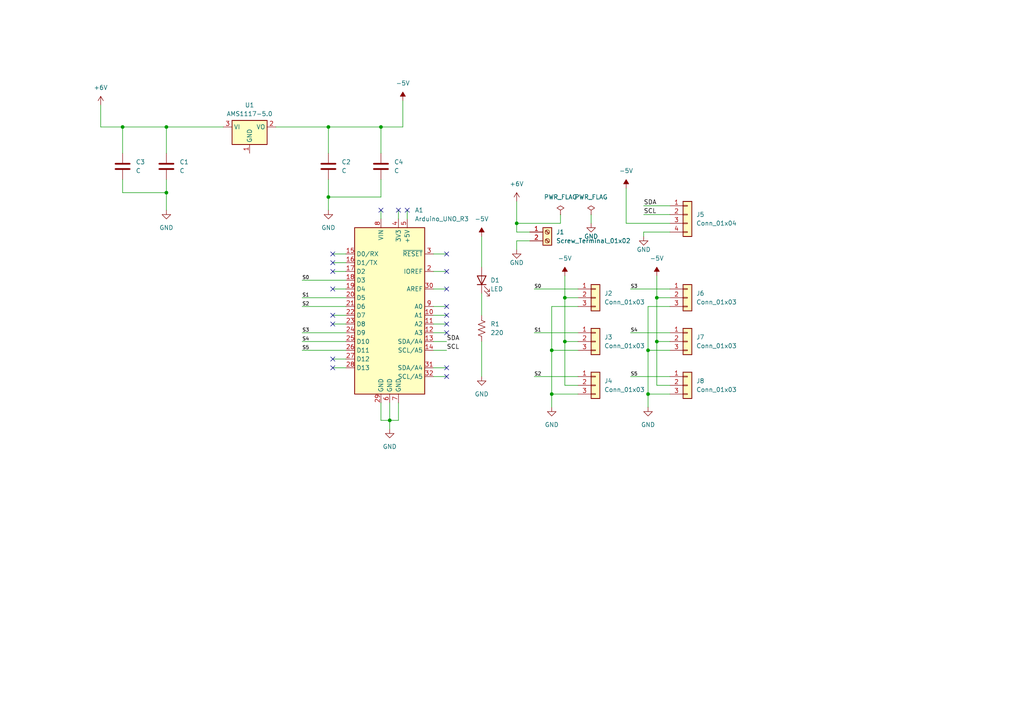
<source format=kicad_sch>
(kicad_sch (version 20230121) (generator eeschema)
  (paper "A4")
  (lib_symbols
    (symbol "Connector:Screw_Terminal_01x02" (pin_names (offset 1.016) hide)
      (property "Reference" "J" (at 0 2.54 0))
      (property "Value" "Screw_Terminal_01x02" (at 0 -5.08 0))
      (symbol "Screw_Terminal_01x02_1_1"
        (rectangle (start -1.27 1.27) (end 1.27 -3.81) (stroke (width 0.254)) (fill (type background)))
        (circle (center 0 -2.54) (radius 0.635) (stroke (width 0.1524)))
        (polyline (pts (xy -0.5334 -2.2098) (xy 0.3302 -3.048)) (stroke (width 0.1524)))
        (polyline (pts (xy -0.5334 0.3302) (xy 0.3302 -0.508)) (stroke (width 0.1524)))
        (polyline (pts (xy -0.3556 -2.032) (xy 0.508 -2.8702)) (stroke (width 0.1524)))
        (polyline (pts (xy -0.3556 0.508) (xy 0.508 -0.3302)) (stroke (width 0.1524)))
        (circle (center 0 0) (radius 0.635) (stroke (width 0.1524)))
        (pin passive line (at -5.08 0 0) (length 3.81) (name "Pin_1") (number "1"))
        (pin passive line (at -5.08 -2.54 0) (length 3.81) (name "Pin_2") (number "2"))
      )
    )
    (symbol "Connector_Generic:Conn_01x03" (pin_names (offset 1.016) hide)
      (property "Reference" "J" (at 0 5.08 0))
      (property "Value" "Conn_01x03" (at 0 -5.08 0))
      (symbol "Conn_01x03_1_1"
        (rectangle (start -1.27 -2.413) (end 0 -2.667) (stroke (width 0.1524)))
        (rectangle (start -1.27 0.127) (end 0 -0.127) (stroke (width 0.1524)))
        (rectangle (start -1.27 2.667) (end 0 2.413) (stroke (width 0.1524)))
        (rectangle (start -1.27 3.81) (end 1.27 -3.81) (stroke (width 0.254)) (fill (type background)))
        (pin passive line (at -5.08 2.54 0) (length 3.81) (name "Pin_1") (number "1"))
        (pin passive line (at -5.08 0 0) (length 3.81) (name "Pin_2") (number "2"))
        (pin passive line (at -5.08 -2.54 0) (length 3.81) (name "Pin_3") (number "3"))
      )
    )
    (symbol "Connector_Generic:Conn_01x04" (pin_names (offset 1.016) hide)
      (property "Reference" "J" (at 0 5.08 0))
      (property "Value" "Conn_01x04" (at 0 -7.62 0))
      (symbol "Conn_01x04_1_1"
        (rectangle (start -1.27 -4.953) (end 0 -5.207) (stroke (width 0.1524)))
        (rectangle (start -1.27 -2.413) (end 0 -2.667) (stroke (width 0.1524)))
        (rectangle (start -1.27 0.127) (end 0 -0.127) (stroke (width 0.1524)))
        (rectangle (start -1.27 2.667) (end 0 2.413) (stroke (width 0.1524)))
        (rectangle (start -1.27 3.81) (end 1.27 -6.35) (stroke (width 0.254)) (fill (type background)))
        (pin passive line (at -5.08 2.54 0) (length 3.81) (name "Pin_1") (number "1"))
        (pin passive line (at -5.08 0 0) (length 3.81) (name "Pin_2") (number "2"))
        (pin passive line (at -5.08 -2.54 0) (length 3.81) (name "Pin_3") (number "3"))
        (pin passive line (at -5.08 -5.08 0) (length 3.81) (name "Pin_4") (number "4"))
      )
    )
    (symbol "Device:C" (pin_numbers hide) (pin_names (offset 0.254))
      (property "Reference" "C" (at 0.635 2.54 0))
      (property "Value" "C" (at 0.635 -2.54 0))
      (symbol "C_0_1"
        (polyline (pts (xy -2.032 -0.762) (xy 2.032 -0.762)) (stroke (width 0.508)))
        (polyline (pts (xy -2.032 0.762) (xy 2.032 0.762)) (stroke (width 0.508)))
      )
      (symbol "C_1_1"
        (pin passive line (at 0 3.81 270) (length 2.794) (name "~") (number "1"))
        (pin passive line (at 0 -3.81 90) (length 2.794) (name "~") (number "2"))
      )
    )
    (symbol "Device:LED" (pin_numbers hide) (pin_names (offset 1.016) hide)
      (property "Reference" "D" (at 0 2.54 0))
      (property "Value" "LED" (at 0 -2.54 0))
      (symbol "LED_0_1"
        (polyline (pts (xy -1.27 -1.27) (xy -1.27 1.27)) (stroke (width 0.254)))
        (polyline (pts (xy -1.27 0) (xy 1.27 0)))
        (polyline (pts (xy 1.27 -1.27) (xy 1.27 1.27) (xy -1.27 0) (xy 1.27 -1.27)) (stroke (width 0.254)))
        (polyline (pts (xy -3.048 -0.762) (xy -4.572 -2.286) (xy -3.81 -2.286) (xy -4.572 -2.286) (xy -4.572 -1.524)))
        (polyline (pts (xy -1.778 -0.762) (xy -3.302 -2.286) (xy -2.54 -2.286) (xy -3.302 -2.286) (xy -3.302 -1.524)))
      )
      (symbol "LED_1_1"
        (pin passive line (at -3.81 0 0) (length 2.54) (name "K") (number "1"))
        (pin passive line (at 3.81 0 180) (length 2.54) (name "A") (number "2"))
      )
    )
    (symbol "Device:R_US" (pin_numbers hide) (pin_names (offset 0))
      (property "Reference" "R" (at 2.54 0 90))
      (property "Value" "R_US" (at -2.54 0 90))
      (symbol "R_US_0_1"
        (polyline (pts (xy 0 -2.286) (xy 0 -2.54)))
        (polyline (pts (xy 0 2.286) (xy 0 2.54)))
        (polyline (pts (xy 0 -0.762) (xy 1.016 -1.143) (xy 0 -1.524) (xy -1.016 -1.905) (xy 0 -2.286)))
        (polyline (pts (xy 0 0.762) (xy 1.016 0.381) (xy 0 0) (xy -1.016 -0.381) (xy 0 -0.762)))
        (polyline (pts (xy 0 2.286) (xy 1.016 1.905) (xy 0 1.524) (xy -1.016 1.143) (xy 0 0.762)))
      )
      (symbol "R_US_1_1"
        (pin passive line (at 0 3.81 270) (length 1.27) (name "~") (number "1"))
        (pin passive line (at 0 -3.81 90) (length 1.27) (name "~") (number "2"))
      )
    )
    (symbol "MCU_Module:Arduino_UNO_R3"
      (property "Reference" "A" (at -10.16 23.495 0))
      (property "Value" "Arduino_UNO_R3" (at 5.08 -26.67 0))
      (symbol "Arduino_UNO_R3_0_1"
        (rectangle (start -10.16 22.86) (end 10.16 -25.4) (stroke (width 0.254)) (fill (type background)))
      )
      (symbol "Arduino_UNO_R3_1_1"
        (pin no_connect line (at -10.16 -20.32 0) (length 2.54) hide (name "NC") (number "1"))
        (pin bidirectional line (at 12.7 -2.54 180) (length 2.54) (name "A1") (number "10"))
        (pin bidirectional line (at 12.7 -5.08 180) (length 2.54) (name "A2") (number "11"))
        (pin bidirectional line (at 12.7 -7.62 180) (length 2.54) (name "A3") (number "12"))
        (pin bidirectional line (at 12.7 -10.16 180) (length 2.54) (name "SDA/A4") (number "13"))
        (pin bidirectional line (at 12.7 -12.7 180) (length 2.54) (name "SCL/A5") (number "14"))
        (pin bidirectional line (at -12.7 15.24 0) (length 2.54) (name "D0/RX") (number "15"))
        (pin bidirectional line (at -12.7 12.7 0) (length 2.54) (name "D1/TX") (number "16"))
        (pin bidirectional line (at -12.7 10.16 0) (length 2.54) (name "D2") (number "17"))
        (pin bidirectional line (at -12.7 7.62 0) (length 2.54) (name "D3") (number "18"))
        (pin bidirectional line (at -12.7 5.08 0) (length 2.54) (name "D4") (number "19"))
        (pin output line (at 12.7 10.16 180) (length 2.54) (name "IOREF") (number "2"))
        (pin bidirectional line (at -12.7 2.54 0) (length 2.54) (name "D5") (number "20"))
        (pin bidirectional line (at -12.7 0 0) (length 2.54) (name "D6") (number "21"))
        (pin bidirectional line (at -12.7 -2.54 0) (length 2.54) (name "D7") (number "22"))
        (pin bidirectional line (at -12.7 -5.08 0) (length 2.54) (name "D8") (number "23"))
        (pin bidirectional line (at -12.7 -7.62 0) (length 2.54) (name "D9") (number "24"))
        (pin bidirectional line (at -12.7 -10.16 0) (length 2.54) (name "D10") (number "25"))
        (pin bidirectional line (at -12.7 -12.7 0) (length 2.54) (name "D11") (number "26"))
        (pin bidirectional line (at -12.7 -15.24 0) (length 2.54) (name "D12") (number "27"))
        (pin bidirectional line (at -12.7 -17.78 0) (length 2.54) (name "D13") (number "28"))
        (pin power_in line (at -2.54 -27.94 90) (length 2.54) (name "GND") (number "29"))
        (pin input line (at 12.7 15.24 180) (length 2.54) (name "~{RESET}") (number "3"))
        (pin input line (at 12.7 5.08 180) (length 2.54) (name "AREF") (number "30"))
        (pin bidirectional line (at 12.7 -17.78 180) (length 2.54) (name "SDA/A4") (number "31"))
        (pin bidirectional line (at 12.7 -20.32 180) (length 2.54) (name "SCL/A5") (number "32"))
        (pin power_out line (at 2.54 25.4 270) (length 2.54) (name "3V3") (number "4"))
        (pin power_out line (at 5.08 25.4 270) (length 2.54) (name "+5V") (number "5"))
        (pin power_in line (at 0 -27.94 90) (length 2.54) (name "GND") (number "6"))
        (pin power_in line (at 2.54 -27.94 90) (length 2.54) (name "GND") (number "7"))
        (pin power_in line (at -2.54 25.4 270) (length 2.54) (name "VIN") (number "8"))
        (pin bidirectional line (at 12.7 0 180) (length 2.54) (name "A0") (number "9"))
      )
    )
    (symbol "Regulator_Linear:AMS1117-5.0"
      (property "Reference" "U" (at -3.81 3.175 0))
      (property "Value" "AMS1117-5.0" (at 0 3.175 0))
      (symbol "AMS1117-5.0_0_1"
        (rectangle (start -5.08 -5.08) (end 5.08 1.905) (stroke (width 0.254)) (fill (type background)))
      )
      (symbol "AMS1117-5.0_1_1"
        (pin power_in line (at 0 -7.62 90) (length 2.54) (name "GND") (number "1"))
        (pin power_out line (at 7.62 0 180) (length 2.54) (name "VO") (number "2"))
        (pin power_in line (at -7.62 0 0) (length 2.54) (name "VI") (number "3"))
      )
    )
    (symbol "power:+6V" (power) (pin_names (offset 0))
      (property "Value" "+6V" (at 0 3.556 0))
      (symbol "+6V_0_1"
        (polyline (pts (xy -0.762 1.27) (xy 0 2.54)))
        (polyline (pts (xy 0 0) (xy 0 2.54)))
        (polyline (pts (xy 0 2.54) (xy 0.762 1.27)))
      )
      (symbol "+6V_1_1"
        (pin power_in line (at 0 0 90) (length 0) hide (name "+6V") (number "1"))
      )
    )
    (symbol "power:-5V" (power) (pin_names (offset 0))
      (property "Value" "-5V" (at 0 3.81 0))
      (symbol "-5V_0_0"
        (pin power_in line (at 0 0 90) (length 0) hide (name "-5V") (number "1"))
      )
      (symbol "-5V_0_1"
        (polyline (pts (xy 0 0) (xy 0 1.27) (xy 0.762 1.27) (xy 0 2.54) (xy -0.762 1.27) (xy 0 1.27)) (fill (type outline)))
      )
    )
    (symbol "power:GND" (power) (pin_names (offset 0))
      (property "Value" "GND" (at 0 -3.81 0))
      (symbol "GND_0_1"
        (polyline (pts (xy 0 0) (xy 0 -1.27) (xy 1.27 -1.27) (xy 0 -2.54) (xy -1.27 -1.27) (xy 0 -1.27)))
      )
      (symbol "GND_1_1"
        (pin power_in line (at 0 0 270) (length 0) hide (name "GND") (number "1"))
      )
    )
    (symbol "power:PWR_FLAG" (power) (pin_numbers hide) (pin_names (offset 0) hide)
      (property "Value" "PWR_FLAG" (at 0 3.81 0))
      (symbol "PWR_FLAG_0_0"
        (pin power_out line (at 0 0 90) (length 0) (name "pwr") (number "1"))
      )
      (symbol "PWR_FLAG_0_1"
        (polyline (pts (xy 0 0) (xy 0 1.27) (xy -1.016 1.905) (xy 0 2.54) (xy 1.016 1.905) (xy 0 1.27)))
      )
    )
  )
  (junction (at 113.03 121.92))
  (junction (at 163.83 99.06))
  (junction (at 48.26 36.83))
  (junction (at 149.86 64.77))
  (junction (at 95.25 36.83))
  (junction (at 160.02 114.3))
  (junction (at 163.83 86.36))
  (junction (at 95.25 57.15))
  (junction (at 190.5 99.06))
  (junction (at 190.5 86.36))
  (junction (at 187.96 101.6))
  (junction (at 35.56 36.83))
  (junction (at 110.49 36.83))
  (junction (at 48.26 55.88))
  (junction (at 160.02 101.6))
  (junction (at 187.96 114.3))
  (no_connect (at 110.49 60.96))
  (no_connect (at 129.54 88.9))
  (no_connect (at 96.52 106.68))
  (no_connect (at 129.54 73.66))
  (no_connect (at 96.52 93.98))
  (no_connect (at 96.52 83.82))
  (no_connect (at 129.54 96.52))
  (no_connect (at 129.54 91.44))
  (no_connect (at 96.52 73.66))
  (no_connect (at 96.52 91.44))
  (no_connect (at 129.54 83.82))
  (no_connect (at 96.52 78.74))
  (no_connect (at 129.54 109.22))
  (no_connect (at 129.54 78.74))
  (no_connect (at 118.11 60.96))
  (no_connect (at 129.54 93.98))
  (no_connect (at 129.54 106.68))
  (no_connect (at 115.57 60.96))
  (no_connect (at 96.52 104.14))
  (no_connect (at 96.52 76.2))
  (wire (pts (xy 186.69 59.69) (xy 194.31 59.69)))
  (wire (pts (xy 95.25 36.83) (xy 80.01 36.83)))
  (wire (pts (xy 87.63 88.9) (xy 100.33 88.9)))
  (wire (pts (xy 190.5 86.36) (xy 194.31 86.36)))
  (wire (pts (xy 125.73 93.98) (xy 129.54 93.98)))
  (wire (pts (xy 163.83 80.01) (xy 163.83 86.36)))
  (wire (pts (xy 115.57 121.92) (xy 113.03 121.92)))
  (wire (pts (xy 187.96 88.9) (xy 187.96 101.6)))
  (wire (pts (xy 181.61 54.61) (xy 181.61 64.77)))
  (wire (pts (xy 48.26 44.45) (xy 48.26 36.83)))
  (wire (pts (xy 154.94 83.82) (xy 167.64 83.82)))
  (wire (pts (xy 110.49 36.83) (xy 110.49 44.45)))
  (wire (pts (xy 110.49 57.15) (xy 95.25 57.15)))
  (wire (pts (xy 186.69 62.23) (xy 194.31 62.23)))
  (wire (pts (xy 115.57 116.84) (xy 115.57 121.92)))
  (wire (pts (xy 190.5 80.01) (xy 190.5 86.36)))
  (wire (pts (xy 110.49 116.84) (xy 110.49 121.92)))
  (wire (pts (xy 87.63 81.28) (xy 100.33 81.28)))
  (wire (pts (xy 194.31 101.6) (xy 187.96 101.6)))
  (wire (pts (xy 29.21 30.48) (xy 29.21 36.83)))
  (wire (pts (xy 87.63 99.06) (xy 100.33 99.06)))
  (wire (pts (xy 149.86 58.42) (xy 149.86 64.77)))
  (wire (pts (xy 35.56 44.45) (xy 35.56 36.83)))
  (wire (pts (xy 160.02 101.6) (xy 160.02 114.3)))
  (wire (pts (xy 113.03 121.92) (xy 113.03 124.46)))
  (wire (pts (xy 95.25 52.07) (xy 95.25 57.15)))
  (wire (pts (xy 149.86 69.85) (xy 149.86 72.39)))
  (wire (pts (xy 182.88 96.52) (xy 194.31 96.52)))
  (wire (pts (xy 96.52 106.68) (xy 100.33 106.68)))
  (wire (pts (xy 194.31 88.9) (xy 187.96 88.9)))
  (wire (pts (xy 167.64 88.9) (xy 160.02 88.9)))
  (wire (pts (xy 87.63 101.6) (xy 100.33 101.6)))
  (wire (pts (xy 181.61 64.77) (xy 194.31 64.77)))
  (wire (pts (xy 160.02 114.3) (xy 160.02 118.11)))
  (wire (pts (xy 95.25 36.83) (xy 95.25 44.45)))
  (wire (pts (xy 110.49 36.83) (xy 95.25 36.83)))
  (wire (pts (xy 125.73 96.52) (xy 129.54 96.52)))
  (wire (pts (xy 29.21 36.83) (xy 35.56 36.83)))
  (wire (pts (xy 163.83 111.76) (xy 167.64 111.76)))
  (wire (pts (xy 182.88 83.82) (xy 194.31 83.82)))
  (wire (pts (xy 163.83 86.36) (xy 167.64 86.36)))
  (wire (pts (xy 160.02 101.6) (xy 167.64 101.6)))
  (wire (pts (xy 110.49 52.07) (xy 110.49 57.15)))
  (wire (pts (xy 187.96 114.3) (xy 187.96 118.11)))
  (wire (pts (xy 110.49 60.96) (xy 110.49 63.5)))
  (wire (pts (xy 163.83 99.06) (xy 167.64 99.06)))
  (wire (pts (xy 125.73 106.68) (xy 129.54 106.68)))
  (wire (pts (xy 118.11 60.96) (xy 118.11 63.5)))
  (wire (pts (xy 167.64 114.3) (xy 160.02 114.3)))
  (wire (pts (xy 96.52 104.14) (xy 100.33 104.14)))
  (wire (pts (xy 35.56 36.83) (xy 48.26 36.83)))
  (wire (pts (xy 96.52 76.2) (xy 100.33 76.2)))
  (wire (pts (xy 153.67 69.85) (xy 149.86 69.85)))
  (wire (pts (xy 160.02 88.9) (xy 160.02 101.6)))
  (wire (pts (xy 194.31 114.3) (xy 187.96 114.3)))
  (wire (pts (xy 139.7 85.09) (xy 139.7 91.44)))
  (wire (pts (xy 48.26 55.88) (xy 48.26 60.96)))
  (wire (pts (xy 125.73 91.44) (xy 129.54 91.44)))
  (wire (pts (xy 163.83 86.36) (xy 163.83 99.06)))
  (wire (pts (xy 95.25 57.15) (xy 95.25 60.96)))
  (wire (pts (xy 153.67 67.31) (xy 149.86 67.31)))
  (wire (pts (xy 87.63 96.52) (xy 100.33 96.52)))
  (wire (pts (xy 190.5 99.06) (xy 194.31 99.06)))
  (wire (pts (xy 116.84 36.83) (xy 110.49 36.83)))
  (wire (pts (xy 182.88 109.22) (xy 194.31 109.22)))
  (wire (pts (xy 162.56 64.77) (xy 149.86 64.77)))
  (wire (pts (xy 190.5 111.76) (xy 194.31 111.76)))
  (wire (pts (xy 48.26 52.07) (xy 48.26 55.88)))
  (wire (pts (xy 110.49 121.92) (xy 113.03 121.92)))
  (wire (pts (xy 162.56 62.23) (xy 162.56 64.77)))
  (wire (pts (xy 87.63 86.36) (xy 100.33 86.36)))
  (wire (pts (xy 154.94 109.22) (xy 167.64 109.22)))
  (wire (pts (xy 125.73 73.66) (xy 129.54 73.66)))
  (wire (pts (xy 96.52 73.66) (xy 100.33 73.66)))
  (wire (pts (xy 125.73 83.82) (xy 129.54 83.82)))
  (wire (pts (xy 125.73 109.22) (xy 129.54 109.22)))
  (wire (pts (xy 96.52 78.74) (xy 100.33 78.74)))
  (wire (pts (xy 149.86 67.31) (xy 149.86 64.77)))
  (wire (pts (xy 154.94 96.52) (xy 167.64 96.52)))
  (wire (pts (xy 115.57 60.96) (xy 115.57 63.5)))
  (wire (pts (xy 48.26 36.83) (xy 64.77 36.83)))
  (wire (pts (xy 171.45 62.23) (xy 171.45 64.77)))
  (wire (pts (xy 139.7 68.58) (xy 139.7 77.47)))
  (wire (pts (xy 125.73 88.9) (xy 129.54 88.9)))
  (wire (pts (xy 113.03 116.84) (xy 113.03 121.92)))
  (wire (pts (xy 96.52 93.98) (xy 100.33 93.98)))
  (wire (pts (xy 186.69 67.31) (xy 186.69 68.58)))
  (wire (pts (xy 139.7 99.06) (xy 139.7 109.22)))
  (wire (pts (xy 96.52 83.82) (xy 100.33 83.82)))
  (wire (pts (xy 194.31 67.31) (xy 186.69 67.31)))
  (wire (pts (xy 96.52 91.44) (xy 100.33 91.44)))
  (wire (pts (xy 35.56 52.07) (xy 35.56 55.88)))
  (wire (pts (xy 125.73 101.6) (xy 129.54 101.6)))
  (wire (pts (xy 163.83 99.06) (xy 163.83 111.76)))
  (wire (pts (xy 187.96 101.6) (xy 187.96 114.3)))
  (wire (pts (xy 190.5 99.06) (xy 190.5 111.76)))
  (wire (pts (xy 190.5 86.36) (xy 190.5 99.06)))
  (wire (pts (xy 125.73 99.06) (xy 129.54 99.06)))
  (wire (pts (xy 116.84 29.21) (xy 116.84 36.83)))
  (wire (pts (xy 35.56 55.88) (xy 48.26 55.88)))
  (wire (pts (xy 125.73 78.74) (xy 129.54 78.74)))
  (label "SDA" (at 186.69 59.69 0))
  (label "S5" (at 182.88 109.22 0) (effects (font (size 1 1))))
  (label "SCL" (at 129.54 101.6 0))
  (label "S3" (at 182.88 83.82 0) (effects (font (size 1 1))))
  (label "S0" (at 87.63 81.28 0) (effects (font (size 1 1))))
  (label "S1" (at 87.63 86.36 0) (effects (font (size 1 1))))
  (label "S1" (at 154.94 96.52 0) (effects (font (size 1 1))))
  (label "S3" (at 87.63 96.52 0) (effects (font (size 1 1))))
  (label "S2" (at 87.63 88.9 0) (effects (font (size 1 1))))
  (label "SCL" (at 186.69 62.23 0))
  (label "S4" (at 182.88 96.52 0) (effects (font (size 1 1))))
  (label "S5" (at 87.63 101.6 0) (effects (font (size 1 1))))
  (label "S4" (at 87.63 99.06 0) (effects (font (size 1 1))))
  (label "S0" (at 154.94 83.82 0) (effects (font (size 1 1))))
  (label "S2" (at 154.94 109.22 0) (effects (font (size 1 1))))
  (label "SDA" (at 129.54 99.06 0))
  (symbol (lib_id "power:GND") (at 171.45 64.77 0) (unit 1)
    (property "Reference" "#PWR08" (effects hide))
    (property "Value" "GND" (at 171.45 68.58 0))
  )
  (symbol (lib_id "power:GND") (at 48.26 60.96 0) (unit 1)
    (property "Reference" "#PWR016" (effects hide))
    (property "Value" "GND" (at 48.26 66.04 0))
  )
  (symbol (lib_id "Connector_Generic:Conn_01x03") (at 172.72 111.76 0) (unit 1)
    (property "Reference" "J4" (at 175.26 110.49 0) (effects (justify left)))
    (property "Value" "Conn_01x03" (at 175.26 113.03 0) (effects (justify left)))
    (property "Footprint" "Connector_PinSocket_2.54mm:PinSocket_1x03_P2.54mm_Vertical" (effects hide))
  )
  (symbol (lib_id "power:GND") (at 113.03 124.46 0) (unit 1)
    (property "Reference" "#PWR01" (effects hide))
    (property "Value" "GND" (at 113.03 129.54 0))
  )
  (symbol (lib_id "power:GND") (at 187.96 118.11 0) (unit 1)
    (property "Reference" "#PWR011" (effects hide))
    (property "Value" "GND" (at 187.96 123.19 0))
  )
  (symbol (lib_id "Connector:Screw_Terminal_01x02") (at 158.75 67.31 0) (unit 1)
    (property "Reference" "J1" (at 161.29 67.31 0) (effects (justify left)))
    (property "Value" "Screw_Terminal_01x02" (at 161.29 69.85 0) (effects (justify left)))
    (property "Footprint" "TerminalBlock_Phoenix:TerminalBlock_Phoenix_MKDS-1,5-2_1x02_P5.00mm_Horizontal" (effects hide))
  )
  (symbol (lib_id "power:-5V") (at 139.7 68.58 0) (unit 1)
    (property "Reference" "#PWR02" (effects hide))
    (property "Value" "-5V" (at 139.7 63.5 0))
  )
  (symbol (lib_id "Device:C") (at 95.25 48.26 0) (unit 1)
    (property "Reference" "C2" (at 99.06 46.99 0) (effects (justify left)))
    (property "Value" "C" (at 99.06 49.53 0) (effects (justify left)))
  )
  (symbol (lib_id "Device:R_US") (at 139.7 95.25 0) (unit 1)
    (property "Reference" "R1" (at 142.24 93.98 0) (effects (justify left)))
    (property "Value" "220" (at 142.24 96.52 0) (effects (justify left)))
    (property "Footprint" "Capacitor_THT:C_Disc_D5.0mm_W2.5mm_P5.00mm" (effects hide))
  )
  (symbol (lib_id "Connector_Generic:Conn_01x03") (at 172.72 99.06 0) (unit 1)
    (property "Reference" "J3" (at 175.26 97.79 0) (effects (justify left)))
    (property "Value" "Conn_01x03" (at 175.26 100.33 0) (effects (justify left)))
    (property "Footprint" "Connector_PinSocket_2.54mm:PinSocket_1x03_P2.54mm_Vertical" (effects hide))
  )
  (symbol (lib_id "Connector_Generic:Conn_01x03") (at 199.39 111.76 0) (unit 1)
    (property "Reference" "J8" (at 201.93 110.49 0) (effects (justify left)))
    (property "Value" "Conn_01x03" (at 201.93 113.03 0) (effects (justify left)))
    (property "Footprint" "Connector_PinSocket_2.54mm:PinSocket_1x03_P2.54mm_Vertical" (effects hide))
  )
  (symbol (lib_id "power:-5V") (at 190.5 80.01 0) (unit 1)
    (property "Reference" "#PWR012" (effects hide))
    (property "Value" "-5V" (at 190.5 74.93 0))
  )
  (symbol (lib_id "power:GND") (at 160.02 118.11 0) (unit 1)
    (property "Reference" "#PWR06" (effects hide))
    (property "Value" "GND" (at 160.02 123.19 0))
  )
  (symbol (lib_id "power:PWR_FLAG") (at 171.45 62.23 0) (unit 1)
    (property "Reference" "#FLG02" (effects hide))
    (property "Value" "PWR_FLAG" (at 171.45 57.15 0))
  )
  (symbol (lib_id "power:GND") (at 139.7 109.22 0) (unit 1)
    (property "Reference" "#PWR03" (effects hide))
    (property "Value" "GND" (at 139.7 114.3 0))
  )
  (symbol (lib_id "Device:C") (at 48.26 48.26 0) (unit 1)
    (property "Reference" "C1" (at 52.07 46.99 0) (effects (justify left)))
    (property "Value" "C" (at 52.07 49.53 0) (effects (justify left)))
  )
  (symbol (lib_id "power:GND") (at 186.69 68.58 0) (unit 1)
    (property "Reference" "#PWR010" (effects hide))
    (property "Value" "GND" (at 186.69 72.39 0))
  )
  (symbol (lib_id "power:GND") (at 149.86 72.39 0) (unit 1)
    (property "Reference" "#PWR05" (effects hide))
    (property "Value" "GND" (at 149.86 76.2 0))
  )
  (symbol (lib_id "Device:C") (at 110.49 48.26 0) (unit 1)
    (property "Reference" "C4" (at 114.3 46.99 0) (effects (justify left)))
    (property "Value" "C" (at 114.3 49.53 0) (effects (justify left)))
  )
  (symbol (lib_id "power:-5V") (at 116.84 29.21 0) (unit 1)
    (property "Reference" "#PWR014" (effects hide))
    (property "Value" "-5V" (at 116.84 24.13 0))
  )
  (symbol (lib_id "power:GND") (at 95.25 60.96 0) (unit 1)
    (property "Reference" "#PWR017" (effects hide))
    (property "Value" "GND" (at 95.25 66.04 0))
  )
  (symbol (lib_id "Regulator_Linear:AMS1117-5.0") (at 72.39 36.83 0) (unit 1)
    (property "Reference" "U1" (at 72.39 30.48 0))
    (property "Value" "AMS1117-5.0" (at 72.39 33.02 0))
    (property "Footprint" "Package_TO_SOT_SMD:SOT-223-3_TabPin2" (effects hide))
    (property "Datasheet" "http://www.advanced-monolithic.com/pdf/ds1117.pdf" (effects hide))
  )
  (symbol (lib_id "Connector_Generic:Conn_01x04") (at 199.39 62.23 0) (unit 1)
    (property "Reference" "J5" (at 201.93 62.23 0) (effects (justify left)))
    (property "Value" "Conn_01x04" (at 201.93 64.77 0) (effects (justify left)))
    (property "Footprint" "Connector_PinHeader_2.54mm:PinHeader_1x04_P2.54mm_Vertical" (effects hide))
  )
  (symbol (lib_id "Connector_Generic:Conn_01x03") (at 172.72 86.36 0) (unit 1)
    (property "Reference" "J2" (at 175.26 85.09 0) (effects (justify left)))
    (property "Value" "Conn_01x03" (at 175.26 87.63 0) (effects (justify left)))
    (property "Footprint" "Connector_PinSocket_2.54mm:PinSocket_1x03_P2.54mm_Vertical" (effects hide))
  )
  (symbol (lib_id "Connector_Generic:Conn_01x03") (at 199.39 86.36 0) (unit 1)
    (property "Reference" "J6" (at 201.93 85.09 0) (effects (justify left)))
    (property "Value" "Conn_01x03" (at 201.93 87.63 0) (effects (justify left)))
    (property "Footprint" "Connector_PinSocket_2.54mm:PinSocket_1x03_P2.54mm_Vertical" (effects hide))
  )
  (symbol (lib_id "power:-5V") (at 181.61 54.61 0) (unit 1)
    (property "Reference" "#PWR09" (effects hide))
    (property "Value" "-5V" (at 181.61 49.53 0))
  )
  (symbol (lib_id "Device:C") (at 35.56 48.26 0) (unit 1)
    (property "Reference" "C3" (at 39.37 46.99 0) (effects (justify left)))
    (property "Value" "C" (at 39.37 49.53 0) (effects (justify left)))
  )
  (symbol (lib_id "MCU_Module:Arduino_UNO_R3") (at 113.03 88.9 0) (unit 1)
    (property "Reference" "A1" (at 120.3041 60.96 0) (effects (justify left)))
    (property "Value" "Arduino_UNO_R3" (at 120.3041 63.5 0) (effects (justify left)))
    (property "Footprint" "Module:Arduino_UNO_R3" (effects hide))
    (property "Datasheet" "https://www.arduino.cc/en/Main/arduinoBoardUno" (effects hide))
  )
  (symbol (lib_id "power:PWR_FLAG") (at 162.56 62.23 0) (unit 1)
    (property "Reference" "#FLG01" (effects hide))
    (property "Value" "PWR_FLAG" (at 162.56 57.15 0))
  )
  (symbol (lib_id "power:-5V") (at 163.83 80.01 0) (unit 1)
    (property "Reference" "#PWR07" (effects hide))
    (property "Value" "-5V" (at 163.83 74.93 0))
  )
  (symbol (lib_id "Connector_Generic:Conn_01x03") (at 199.39 99.06 0) (unit 1)
    (property "Reference" "J7" (at 201.93 97.79 0) (effects (justify left)))
    (property "Value" "Conn_01x03" (at 201.93 100.33 0) (effects (justify left)))
    (property "Footprint" "Connector_PinSocket_2.54mm:PinSocket_1x03_P2.54mm_Vertical" (effects hide))
  )
  (symbol (lib_id "power:+6V") (at 149.86 58.42 0) (unit 1)
    (property "Reference" "#PWR04" (effects hide))
    (property "Value" "+6V" (at 149.86 53.34 0))
  )
  (symbol (lib_id "power:+6V") (at 29.21 30.48 0) (unit 1)
    (property "Reference" "#PWR013" (effects hide))
    (property "Value" "+6V" (at 29.21 25.4 0))
  )
  (symbol (lib_id "Device:LED") (at 139.7 81.28 90) (unit 1)
    (property "Reference" "D1" (at 142.24 81.28 90) (effects (justify right)))
    (property "Value" "LED" (at 142.24 83.82 90) (effects (justify right)))
    (property "Footprint" "LED_THT:LED_D5.0mm" (effects hide))
  )
)
</source>
